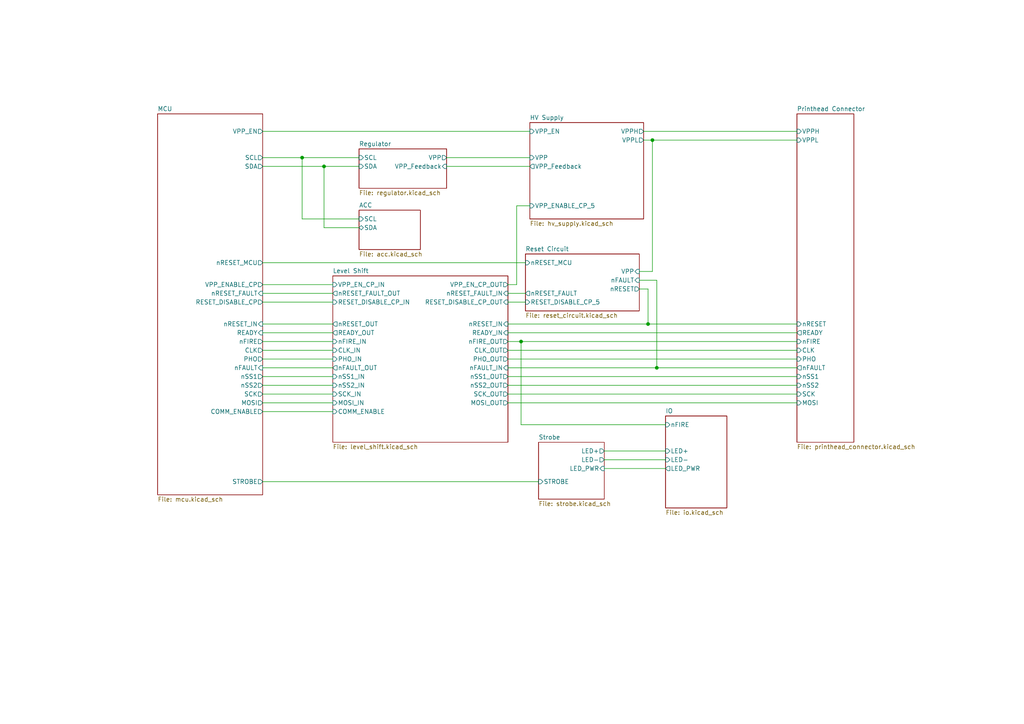
<source format=kicad_sch>
(kicad_sch
	(version 20231120)
	(generator "eeschema")
	(generator_version "8.0")
	(uuid "f0c82013-03f9-4093-aa02-30b89fd69529")
	(paper "A4")
	(title_block
		(title "Xaar 128 Driver")
		(date "2023-12-04")
		(rev "1.0.0")
	)
	(lib_symbols)
	(junction
		(at 187.96 93.98)
		(diameter 0)
		(color 0 0 0 0)
		(uuid "0bc75410-6f3a-46e1-9d03-3aecff67bec2")
	)
	(junction
		(at 151.13 99.06)
		(diameter 0)
		(color 0 0 0 0)
		(uuid "448da38a-0bc2-4b28-bc31-87ea47e893ca")
	)
	(junction
		(at 190.5 106.68)
		(diameter 0)
		(color 0 0 0 0)
		(uuid "5ab541fa-85de-46d4-8afd-9a997a73f5a8")
	)
	(junction
		(at 87.63 45.72)
		(diameter 0)
		(color 0 0 0 0)
		(uuid "8954c1d7-24fb-47c2-8bfd-fd3c7ea040ca")
	)
	(junction
		(at 189.23 40.64)
		(diameter 0)
		(color 0 0 0 0)
		(uuid "db5fcccf-dd53-46d1-8891-b0c5b1208183")
	)
	(junction
		(at 93.98 48.26)
		(diameter 0)
		(color 0 0 0 0)
		(uuid "e5bd6a2f-d8c8-47e8-a772-ed91b7c26a52")
	)
	(wire
		(pts
			(xy 190.5 81.28) (xy 185.42 81.28)
		)
		(stroke
			(width 0)
			(type default)
		)
		(uuid "0caa54e7-c6cd-4a80-8490-83c88732c90c")
	)
	(wire
		(pts
			(xy 147.32 109.22) (xy 231.14 109.22)
		)
		(stroke
			(width 0)
			(type default)
		)
		(uuid "10eccbb3-748b-427b-a5ac-0d83d8c3799c")
	)
	(wire
		(pts
			(xy 189.23 40.64) (xy 231.14 40.64)
		)
		(stroke
			(width 0)
			(type default)
		)
		(uuid "141f1c7b-c222-4c08-921e-9f3a1d65f2eb")
	)
	(wire
		(pts
			(xy 151.13 99.06) (xy 151.13 123.19)
		)
		(stroke
			(width 0)
			(type default)
		)
		(uuid "17edb50a-f922-4934-8217-356a65b899a3")
	)
	(wire
		(pts
			(xy 147.32 93.98) (xy 187.96 93.98)
		)
		(stroke
			(width 0)
			(type default)
		)
		(uuid "18d93a44-bc64-4449-9bf0-e73ea6cc374d")
	)
	(wire
		(pts
			(xy 76.2 139.7) (xy 156.21 139.7)
		)
		(stroke
			(width 0)
			(type default)
		)
		(uuid "1e75a99f-1f73-4dda-b994-83da40bf2537")
	)
	(wire
		(pts
			(xy 185.42 78.74) (xy 189.23 78.74)
		)
		(stroke
			(width 0)
			(type default)
		)
		(uuid "28db169e-2e0a-4fd7-81e5-779decd78310")
	)
	(wire
		(pts
			(xy 190.5 106.68) (xy 190.5 81.28)
		)
		(stroke
			(width 0)
			(type default)
		)
		(uuid "292aa807-4636-4241-80e7-39626cc5f82d")
	)
	(wire
		(pts
			(xy 186.69 40.64) (xy 189.23 40.64)
		)
		(stroke
			(width 0)
			(type default)
		)
		(uuid "2e91241d-7fc6-4457-8b62-24ab1e504c35")
	)
	(wire
		(pts
			(xy 76.2 99.06) (xy 96.52 99.06)
		)
		(stroke
			(width 0)
			(type default)
		)
		(uuid "35dca5f4-c402-460a-80d4-91f24528ebfc")
	)
	(wire
		(pts
			(xy 186.69 38.1) (xy 231.14 38.1)
		)
		(stroke
			(width 0)
			(type default)
		)
		(uuid "3ccf90ed-df12-443f-aa82-9a040f6f6fc1")
	)
	(wire
		(pts
			(xy 76.2 101.6) (xy 96.52 101.6)
		)
		(stroke
			(width 0)
			(type default)
		)
		(uuid "3e1d330d-8ae4-4601-86d3-6511b361a591")
	)
	(wire
		(pts
			(xy 187.96 93.98) (xy 231.14 93.98)
		)
		(stroke
			(width 0)
			(type default)
		)
		(uuid "418369ed-64a4-4e5e-868a-ab1163507355")
	)
	(wire
		(pts
			(xy 149.86 82.55) (xy 147.32 82.55)
		)
		(stroke
			(width 0)
			(type default)
		)
		(uuid "424ce980-4066-4852-83a6-333d39c2c80d")
	)
	(wire
		(pts
			(xy 175.26 130.81) (xy 193.04 130.81)
		)
		(stroke
			(width 0)
			(type default)
		)
		(uuid "48a6fa9c-27e2-429b-b804-39cf0bb7a07e")
	)
	(wire
		(pts
			(xy 147.32 85.09) (xy 152.4 85.09)
		)
		(stroke
			(width 0)
			(type default)
		)
		(uuid "49f38c56-8a76-40e2-9abc-f29a8b34123d")
	)
	(wire
		(pts
			(xy 151.13 123.19) (xy 193.04 123.19)
		)
		(stroke
			(width 0)
			(type default)
		)
		(uuid "4aad7d4d-6528-4519-8c4b-b91abbfe43c2")
	)
	(wire
		(pts
			(xy 185.42 83.82) (xy 187.96 83.82)
		)
		(stroke
			(width 0)
			(type default)
		)
		(uuid "4bd725df-d78b-4250-aa94-ff134e063419")
	)
	(wire
		(pts
			(xy 76.2 93.98) (xy 96.52 93.98)
		)
		(stroke
			(width 0)
			(type default)
		)
		(uuid "4d1e3089-de53-4326-b516-cddb47f79f07")
	)
	(wire
		(pts
			(xy 76.2 96.52) (xy 96.52 96.52)
		)
		(stroke
			(width 0)
			(type default)
		)
		(uuid "4df21e24-ef35-4af9-986f-9eefa4aa4369")
	)
	(wire
		(pts
			(xy 76.2 119.38) (xy 96.52 119.38)
		)
		(stroke
			(width 0)
			(type default)
		)
		(uuid "55d8dc81-3e70-4c72-8a1e-695c6f54910b")
	)
	(wire
		(pts
			(xy 104.14 66.04) (xy 93.98 66.04)
		)
		(stroke
			(width 0)
			(type default)
		)
		(uuid "5dda7b13-cdd7-499c-b3c0-dc9636346baa")
	)
	(wire
		(pts
			(xy 76.2 116.84) (xy 96.52 116.84)
		)
		(stroke
			(width 0)
			(type default)
		)
		(uuid "5e25f601-3cf3-455c-83a8-ffa8d955db62")
	)
	(wire
		(pts
			(xy 76.2 104.14) (xy 96.52 104.14)
		)
		(stroke
			(width 0)
			(type default)
		)
		(uuid "68e7dbbc-3471-49ce-a189-87cec6631484")
	)
	(wire
		(pts
			(xy 153.67 59.69) (xy 149.86 59.69)
		)
		(stroke
			(width 0)
			(type default)
		)
		(uuid "708a4b7d-29df-43a2-8312-9a14ea5211f7")
	)
	(wire
		(pts
			(xy 129.54 45.72) (xy 153.67 45.72)
		)
		(stroke
			(width 0)
			(type default)
		)
		(uuid "7164c833-e44d-4f8f-bebb-db717310c119")
	)
	(wire
		(pts
			(xy 147.32 87.63) (xy 152.4 87.63)
		)
		(stroke
			(width 0)
			(type default)
		)
		(uuid "77414d9e-0944-4906-a401-a641d88f910d")
	)
	(wire
		(pts
			(xy 147.32 96.52) (xy 231.14 96.52)
		)
		(stroke
			(width 0)
			(type default)
		)
		(uuid "84daf2ef-cf14-4374-bf52-d6a35c90e1c4")
	)
	(wire
		(pts
			(xy 129.54 48.26) (xy 153.67 48.26)
		)
		(stroke
			(width 0)
			(type default)
		)
		(uuid "8830deff-7003-4c27-87ac-c2638819be3f")
	)
	(wire
		(pts
			(xy 147.32 116.84) (xy 231.14 116.84)
		)
		(stroke
			(width 0)
			(type default)
		)
		(uuid "95d86079-dab9-4fbf-880c-fef21da38bd5")
	)
	(wire
		(pts
			(xy 175.26 133.35) (xy 193.04 133.35)
		)
		(stroke
			(width 0)
			(type default)
		)
		(uuid "9ca15717-6479-4063-bba8-faccc3b34526")
	)
	(wire
		(pts
			(xy 76.2 82.55) (xy 96.52 82.55)
		)
		(stroke
			(width 0)
			(type default)
		)
		(uuid "9d80d4bc-89d8-4dca-a377-370aad76bc3f")
	)
	(wire
		(pts
			(xy 87.63 45.72) (xy 104.14 45.72)
		)
		(stroke
			(width 0)
			(type default)
		)
		(uuid "a26bbaa8-3808-4d7f-96af-9545d72a0756")
	)
	(wire
		(pts
			(xy 147.32 99.06) (xy 151.13 99.06)
		)
		(stroke
			(width 0)
			(type default)
		)
		(uuid "a4b68e44-6001-490c-a41a-0305c24a402f")
	)
	(wire
		(pts
			(xy 93.98 48.26) (xy 104.14 48.26)
		)
		(stroke
			(width 0)
			(type default)
		)
		(uuid "aa63158d-f31c-4cf8-ad13-cd7b46d77116")
	)
	(wire
		(pts
			(xy 147.32 101.6) (xy 231.14 101.6)
		)
		(stroke
			(width 0)
			(type default)
		)
		(uuid "abe92eb5-718c-483a-919e-349b4cce35e2")
	)
	(wire
		(pts
			(xy 76.2 87.63) (xy 96.52 87.63)
		)
		(stroke
			(width 0)
			(type default)
		)
		(uuid "b073d4d9-e339-4dae-b7d4-c4287d4f26b8")
	)
	(wire
		(pts
			(xy 187.96 83.82) (xy 187.96 93.98)
		)
		(stroke
			(width 0)
			(type default)
		)
		(uuid "b4012334-d729-49be-b104-621f6b1ae8ec")
	)
	(wire
		(pts
			(xy 175.26 135.89) (xy 193.04 135.89)
		)
		(stroke
			(width 0)
			(type default)
		)
		(uuid "b54ed9bc-0b36-4340-b52c-45f79d2e8760")
	)
	(wire
		(pts
			(xy 76.2 85.09) (xy 96.52 85.09)
		)
		(stroke
			(width 0)
			(type default)
		)
		(uuid "b85d5748-eec4-4a89-982d-a4b7ff1e8eab")
	)
	(wire
		(pts
			(xy 190.5 106.68) (xy 231.14 106.68)
		)
		(stroke
			(width 0)
			(type default)
		)
		(uuid "bc16834c-615b-4cd9-bdaf-1f67b1edc820")
	)
	(wire
		(pts
			(xy 151.13 99.06) (xy 231.14 99.06)
		)
		(stroke
			(width 0)
			(type default)
		)
		(uuid "c210023d-a0f6-4e7e-81cb-c02da1462add")
	)
	(wire
		(pts
			(xy 76.2 45.72) (xy 87.63 45.72)
		)
		(stroke
			(width 0)
			(type default)
		)
		(uuid "ca73014e-65b2-44db-be39-3d7ce845ba56")
	)
	(wire
		(pts
			(xy 147.32 106.68) (xy 190.5 106.68)
		)
		(stroke
			(width 0)
			(type default)
		)
		(uuid "cff8e191-948e-4aca-9164-ee4af63870b1")
	)
	(wire
		(pts
			(xy 76.2 106.68) (xy 96.52 106.68)
		)
		(stroke
			(width 0)
			(type default)
		)
		(uuid "d332645d-10fb-4ddb-b673-3fc6ec578bcb")
	)
	(wire
		(pts
			(xy 76.2 109.22) (xy 96.52 109.22)
		)
		(stroke
			(width 0)
			(type default)
		)
		(uuid "d43eede8-9465-4f0d-9f2b-0f186feacd15")
	)
	(wire
		(pts
			(xy 149.86 59.69) (xy 149.86 82.55)
		)
		(stroke
			(width 0)
			(type default)
		)
		(uuid "d45fbddb-4e43-4bab-ac6a-288b127c7a66")
	)
	(wire
		(pts
			(xy 76.2 38.1) (xy 153.67 38.1)
		)
		(stroke
			(width 0)
			(type default)
		)
		(uuid "d60c3a6a-4573-49e2-b8c3-3ddf3c6e2f0d")
	)
	(wire
		(pts
			(xy 104.14 63.5) (xy 87.63 63.5)
		)
		(stroke
			(width 0)
			(type default)
		)
		(uuid "d84db5f6-1616-4ebb-9ba0-f74eae9321f4")
	)
	(wire
		(pts
			(xy 189.23 40.64) (xy 189.23 78.74)
		)
		(stroke
			(width 0)
			(type default)
		)
		(uuid "d917bbb7-e1a5-4741-bc8d-1265387fb945")
	)
	(wire
		(pts
			(xy 147.32 111.76) (xy 231.14 111.76)
		)
		(stroke
			(width 0)
			(type default)
		)
		(uuid "e31b5ac9-fe50-4a9d-9ca0-ec3ec9904bd2")
	)
	(wire
		(pts
			(xy 147.32 114.3) (xy 231.14 114.3)
		)
		(stroke
			(width 0)
			(type default)
		)
		(uuid "e3b99700-5314-4a13-bccf-fbaad015876c")
	)
	(wire
		(pts
			(xy 93.98 66.04) (xy 93.98 48.26)
		)
		(stroke
			(width 0)
			(type default)
		)
		(uuid "e65e1f60-9935-4728-89d6-8b3b26e56f8b")
	)
	(wire
		(pts
			(xy 76.2 76.2) (xy 152.4 76.2)
		)
		(stroke
			(width 0)
			(type default)
		)
		(uuid "e974d5df-0c1c-47c3-b6f6-ae235cf2561e")
	)
	(wire
		(pts
			(xy 87.63 63.5) (xy 87.63 45.72)
		)
		(stroke
			(width 0)
			(type default)
		)
		(uuid "ece942f4-50c4-4894-9e6b-5ab8c1de4565")
	)
	(wire
		(pts
			(xy 76.2 48.26) (xy 93.98 48.26)
		)
		(stroke
			(width 0)
			(type default)
		)
		(uuid "f1cb188b-2e69-4233-881d-3bd0982897c8")
	)
	(wire
		(pts
			(xy 76.2 111.76) (xy 96.52 111.76)
		)
		(stroke
			(width 0)
			(type default)
		)
		(uuid "f89a26dc-5681-4804-a289-e7aa87a5c53b")
	)
	(wire
		(pts
			(xy 76.2 114.3) (xy 96.52 114.3)
		)
		(stroke
			(width 0)
			(type default)
		)
		(uuid "f9484487-cc8b-4e58-9aaa-b83af2954b3e")
	)
	(wire
		(pts
			(xy 147.32 104.14) (xy 231.14 104.14)
		)
		(stroke
			(width 0)
			(type default)
		)
		(uuid "fa872e97-7d20-46ed-9616-0e5e5bc1cec6")
	)
	(sheet
		(at 231.14 33.02)
		(size 16.51 95.25)
		(fields_autoplaced yes)
		(stroke
			(width 0.1524)
			(type solid)
		)
		(fill
			(color 0 0 0 0.0000)
		)
		(uuid "00d9c6da-e931-4ba1-a353-d1b49c742a57")
		(property "Sheetname" "Printhead Connector"
			(at 231.14 32.3084 0)
			(effects
				(font
					(size 1.27 1.27)
				)
				(justify left bottom)
			)
		)
		(property "Sheetfile" "printhead_connector.kicad_sch"
			(at 231.14 128.8546 0)
			(effects
				(font
					(size 1.27 1.27)
				)
				(justify left top)
			)
		)
		(pin "nRESET" input
			(at 231.14 93.98 180)
			(effects
				(font
					(size 1.27 1.27)
				)
				(justify left)
			)
			(uuid "c56d6cb8-9a59-4527-ae97-48b925acd520")
		)
		(pin "nSS2" input
			(at 231.14 111.76 180)
			(effects
				(font
					(size 1.27 1.27)
				)
				(justify left)
			)
			(uuid "d7571b8f-ebc6-487b-b4d3-13894ccd4ef7")
		)
		(pin "VPPL" input
			(at 231.14 40.64 180)
			(effects
				(font
					(size 1.27 1.27)
				)
				(justify left)
			)
			(uuid "754e8d8f-412c-4c3a-b928-1c435df600a4")
		)
		(pin "VPPH" input
			(at 231.14 38.1 180)
			(effects
				(font
					(size 1.27 1.27)
				)
				(justify left)
			)
			(uuid "fbee552b-355a-42dc-ba14-2cf94dd1756a")
		)
		(pin "MOSI" input
			(at 231.14 116.84 180)
			(effects
				(font
					(size 1.27 1.27)
				)
				(justify left)
			)
			(uuid "0200b7d9-4a60-4ad7-b6d9-e71052b8efb0")
		)
		(pin "nFIRE" input
			(at 231.14 99.06 180)
			(effects
				(font
					(size 1.27 1.27)
				)
				(justify left)
			)
			(uuid "5993a32f-47fe-4a48-8f18-c60f350306dc")
		)
		(pin "SCK" input
			(at 231.14 114.3 180)
			(effects
				(font
					(size 1.27 1.27)
				)
				(justify left)
			)
			(uuid "a4ab767f-2347-4c0b-8eb8-a917fe0626f6")
		)
		(pin "nSS1" input
			(at 231.14 109.22 180)
			(effects
				(font
					(size 1.27 1.27)
				)
				(justify left)
			)
			(uuid "08b1c2dc-d00f-474e-897c-7aa221334858")
		)
		(pin "PHO" input
			(at 231.14 104.14 180)
			(effects
				(font
					(size 1.27 1.27)
				)
				(justify left)
			)
			(uuid "055ec0d0-30c7-40ef-a0e9-ff9976ba5d46")
		)
		(pin "CLK" input
			(at 231.14 101.6 180)
			(effects
				(font
					(size 1.27 1.27)
				)
				(justify left)
			)
			(uuid "eb4249fd-badc-4d73-b5bb-fbd26f3480b6")
		)
		(pin "nFAULT" output
			(at 231.14 106.68 180)
			(effects
				(font
					(size 1.27 1.27)
				)
				(justify left)
			)
			(uuid "e47b97af-3cca-47b5-8dd1-a8a64938a701")
		)
		(pin "READY" output
			(at 231.14 96.52 180)
			(effects
				(font
					(size 1.27 1.27)
				)
				(justify left)
			)
			(uuid "824505ec-4583-4e27-babf-4d6f4c18ed16")
		)
		(instances
			(project "Xaar128-Driver"
				(path "/f0c82013-03f9-4093-aa02-30b89fd69529"
					(page "6")
				)
			)
		)
	)
	(sheet
		(at 45.72 33.02)
		(size 30.48 110.49)
		(fields_autoplaced yes)
		(stroke
			(width 0.1524)
			(type solid)
		)
		(fill
			(color 0 0 0 0.0000)
		)
		(uuid "1523239e-e45e-424d-91c2-0483c3ac8971")
		(property "Sheetname" "MCU"
			(at 45.72 32.3084 0)
			(effects
				(font
					(size 1.27 1.27)
				)
				(justify left bottom)
			)
		)
		(property "Sheetfile" "mcu.kicad_sch"
			(at 45.72 144.0946 0)
			(effects
				(font
					(size 1.27 1.27)
				)
				(justify left top)
			)
		)
		(pin "nFAULT" input
			(at 76.2 106.68 0)
			(effects
				(font
					(size 1.27 1.27)
				)
				(justify right)
			)
			(uuid "5a8adfdf-df08-4bde-844c-88b90d196bb4")
		)
		(pin "READY" input
			(at 76.2 96.52 0)
			(effects
				(font
					(size 1.27 1.27)
				)
				(justify right)
			)
			(uuid "9135d472-25e6-4e68-a412-7d55099a9441")
		)
		(pin "VPP_EN" output
			(at 76.2 38.1 0)
			(effects
				(font
					(size 1.27 1.27)
				)
				(justify right)
			)
			(uuid "d3eebbce-1bbf-47ce-ba2d-7b78ee6e952f")
		)
		(pin "COMM_ENABLE" output
			(at 76.2 119.38 0)
			(effects
				(font
					(size 1.27 1.27)
				)
				(justify right)
			)
			(uuid "5c5c57e8-6212-4867-a6fc-8b2cc743ae31")
		)
		(pin "SCL" output
			(at 76.2 45.72 0)
			(effects
				(font
					(size 1.27 1.27)
				)
				(justify right)
			)
			(uuid "0b74cc4f-928b-413a-b9c9-2344887f5da1")
		)
		(pin "SDA" output
			(at 76.2 48.26 0)
			(effects
				(font
					(size 1.27 1.27)
				)
				(justify right)
			)
			(uuid "111ff560-7a36-466c-ad0c-25de455f0bf9")
		)
		(pin "STROBE" output
			(at 76.2 139.7 0)
			(effects
				(font
					(size 1.27 1.27)
				)
				(justify right)
			)
			(uuid "a4fa58fd-f1e2-4549-a942-42a3b83e0737")
		)
		(pin "nRESET_IN" input
			(at 76.2 93.98 0)
			(effects
				(font
					(size 1.27 1.27)
				)
				(justify right)
			)
			(uuid "31dffc9b-7a4e-468a-98c6-f8be1de85b2f")
		)
		(pin "RESET_DISABLE_CP" output
			(at 76.2 87.63 0)
			(effects
				(font
					(size 1.27 1.27)
				)
				(justify right)
			)
			(uuid "493b1f2a-d766-4780-b6e8-fae362788216")
		)
		(pin "nRESET_MCU" output
			(at 76.2 76.2 0)
			(effects
				(font
					(size 1.27 1.27)
				)
				(justify right)
			)
			(uuid "9f67dd01-eff2-463a-bac3-1ece8fdd3353")
		)
		(pin "PHO" output
			(at 76.2 104.14 0)
			(effects
				(font
					(size 1.27 1.27)
				)
				(justify right)
			)
			(uuid "e20c87ae-0269-447b-ae9c-6d53a30cc786")
		)
		(pin "nSS1" output
			(at 76.2 109.22 0)
			(effects
				(font
					(size 1.27 1.27)
				)
				(justify right)
			)
			(uuid "b8998fb9-8fc6-424d-beff-e95e6a6cc817")
		)
		(pin "nSS2" output
			(at 76.2 111.76 0)
			(effects
				(font
					(size 1.27 1.27)
				)
				(justify right)
			)
			(uuid "9ec826ba-7710-445f-b2ec-536652f9aa79")
		)
		(pin "SCK" output
			(at 76.2 114.3 0)
			(effects
				(font
					(size 1.27 1.27)
				)
				(justify right)
			)
			(uuid "82a32506-322a-4967-bf08-608206ed0a12")
		)
		(pin "MOSI" output
			(at 76.2 116.84 0)
			(effects
				(font
					(size 1.27 1.27)
				)
				(justify right)
			)
			(uuid "d8518eb3-4c9d-4989-a302-3bb4d7108dd4")
		)
		(pin "nFIRE" output
			(at 76.2 99.06 0)
			(effects
				(font
					(size 1.27 1.27)
				)
				(justify right)
			)
			(uuid "2d165db8-b732-4764-adce-7a39d91d95a6")
		)
		(pin "CLK" output
			(at 76.2 101.6 0)
			(effects
				(font
					(size 1.27 1.27)
				)
				(justify right)
			)
			(uuid "d4b56ca6-eb13-461d-8725-bbc17da34452")
		)
		(pin "nRESET_FAULT" input
			(at 76.2 85.09 0)
			(effects
				(font
					(size 1.27 1.27)
				)
				(justify right)
			)
			(uuid "ff955b7d-018e-4d34-a3ef-47241ec4c4a5")
		)
		(pin "VPP_ENABLE_CP" output
			(at 76.2 82.55 0)
			(effects
				(font
					(size 1.27 1.27)
				)
				(justify right)
			)
			(uuid "55324c60-daec-4f05-9e72-9393a7c5b77f")
		)
		(instances
			(project "Xaar128-Driver"
				(path "/f0c82013-03f9-4093-aa02-30b89fd69529"
					(page "4")
				)
			)
		)
	)
	(sheet
		(at 153.67 35.56)
		(size 33.02 27.94)
		(fields_autoplaced yes)
		(stroke
			(width 0.1524)
			(type solid)
		)
		(fill
			(color 0 0 0 0.0000)
		)
		(uuid "1b3c0a7f-2f11-4b02-93de-b1cd5fa046f0")
		(property "Sheetname" "HV Supply"
			(at 153.67 34.8484 0)
			(effects
				(font
					(size 1.27 1.27)
				)
				(justify left bottom)
			)
		)
		(property "Sheetfile" "hv_supply.kicad_sch"
			(at 153.67 64.0846 0)
			(effects
				(font
					(size 1.27 1.27)
				)
				(justify left top)
			)
		)
		(pin "VPPL" output
			(at 186.69 40.64 0)
			(effects
				(font
					(size 1.27 1.27)
				)
				(justify right)
			)
			(uuid "88628932-2b62-4754-9f35-d6bf9b142bbd")
		)
		(pin "VPP_EN" input
			(at 153.67 38.1 180)
			(effects
				(font
					(size 1.27 1.27)
				)
				(justify left)
			)
			(uuid "b0d96b30-3c4c-4ad0-b36e-18ee897567de")
		)
		(pin "VPPH" output
			(at 186.69 38.1 0)
			(effects
				(font
					(size 1.27 1.27)
				)
				(justify right)
			)
			(uuid "28baa937-9ae6-435b-9378-223414ad795e")
		)
		(pin "VPP" input
			(at 153.67 45.72 180)
			(effects
				(font
					(size 1.27 1.27)
				)
				(justify left)
			)
			(uuid "7fc0deaa-2752-4365-a9e1-b8d599f36c36")
		)
		(pin "VPP_Feedback" output
			(at 153.67 48.26 180)
			(effects
				(font
					(size 1.27 1.27)
				)
				(justify left)
			)
			(uuid "33bd97ca-79b1-40af-b931-c9feb9849c8d")
		)
		(pin "VPP_ENABLE_CP_5" input
			(at 153.67 59.69 180)
			(effects
				(font
					(size 1.27 1.27)
				)
				(justify left)
			)
			(uuid "57a1ea22-4deb-4fa0-85c3-c9df2f21c54a")
		)
		(instances
			(project "Xaar128-Driver"
				(path "/f0c82013-03f9-4093-aa02-30b89fd69529"
					(page "3")
				)
			)
		)
	)
	(sheet
		(at 104.14 43.18)
		(size 25.4 11.43)
		(fields_autoplaced yes)
		(stroke
			(width 0.1524)
			(type solid)
		)
		(fill
			(color 0 0 0 0.0000)
		)
		(uuid "48b639c9-d588-4ad3-b95b-9aa4a2d6905e")
		(property "Sheetname" "Regulator"
			(at 104.14 42.4684 0)
			(effects
				(font
					(size 1.27 1.27)
				)
				(justify left bottom)
			)
		)
		(property "Sheetfile" "regulator.kicad_sch"
			(at 104.14 55.1946 0)
			(effects
				(font
					(size 1.27 1.27)
				)
				(justify left top)
			)
		)
		(pin "VPP" output
			(at 129.54 45.72 0)
			(effects
				(font
					(size 1.27 1.27)
				)
				(justify right)
			)
			(uuid "05f647a2-b3ae-4ef2-9f8d-7f7af9605bbf")
		)
		(pin "SCL" input
			(at 104.14 45.72 180)
			(effects
				(font
					(size 1.27 1.27)
				)
				(justify left)
			)
			(uuid "6a2d7484-7598-4917-8b1c-7f964186ef04")
		)
		(pin "SDA" input
			(at 104.14 48.26 180)
			(effects
				(font
					(size 1.27 1.27)
				)
				(justify left)
			)
			(uuid "5c87e7f8-5887-45ae-a5ce-c36c25b1b6d6")
		)
		(pin "VPP_Feedback" input
			(at 129.54 48.26 0)
			(effects
				(font
					(size 1.27 1.27)
				)
				(justify right)
			)
			(uuid "3fa1c32e-8d57-4735-82eb-50de1abb23fd")
		)
		(instances
			(project "Xaar128-Driver"
				(path "/f0c82013-03f9-4093-aa02-30b89fd69529"
					(page "9")
				)
			)
		)
	)
	(sheet
		(at 104.14 60.96)
		(size 17.78 11.43)
		(fields_autoplaced yes)
		(stroke
			(width 0.1524)
			(type solid)
		)
		(fill
			(color 0 0 0 0.0000)
		)
		(uuid "5c8cd85a-2140-4117-a06a-66b2dfd1d957")
		(property "Sheetname" "ACC"
			(at 104.14 60.2484 0)
			(effects
				(font
					(size 1.27 1.27)
				)
				(justify left bottom)
			)
		)
		(property "Sheetfile" "acc.kicad_sch"
			(at 104.14 72.9746 0)
			(effects
				(font
					(size 1.27 1.27)
				)
				(justify left top)
			)
		)
		(pin "SDA" bidirectional
			(at 104.14 66.04 180)
			(effects
				(font
					(size 1.27 1.27)
				)
				(justify left)
			)
			(uuid "138461b6-f0c7-49f0-9afd-d45bc9db4d4b")
		)
		(pin "SCL" input
			(at 104.14 63.5 180)
			(effects
				(font
					(size 1.27 1.27)
				)
				(justify left)
			)
			(uuid "f282af4c-05d8-46af-ac60-f3ae765c3ac1")
		)
		(instances
			(project "Xaar128-Driver"
				(path "/f0c82013-03f9-4093-aa02-30b89fd69529"
					(page "10")
				)
			)
		)
	)
	(sheet
		(at 96.52 80.01)
		(size 50.8 48.26)
		(fields_autoplaced yes)
		(stroke
			(width 0.1524)
			(type solid)
		)
		(fill
			(color 0 0 0 0.0000)
		)
		(uuid "67a2adb9-d99f-4537-bdb8-0ebe51fac631")
		(property "Sheetname" "Level Shift"
			(at 96.52 79.2984 0)
			(effects
				(font
					(size 1.27 1.27)
				)
				(justify left bottom)
			)
		)
		(property "Sheetfile" "level_shift.kicad_sch"
			(at 96.52 128.8546 0)
			(effects
				(font
					(size 1.27 1.27)
				)
				(justify left top)
			)
		)
		(pin "nFIRE_IN" input
			(at 96.52 99.06 180)
			(effects
				(font
					(size 1.27 1.27)
				)
				(justify left)
			)
			(uuid "dbdc5a0b-d803-47a1-9f81-c0165c8f81a7")
		)
		(pin "CLK_IN" input
			(at 96.52 101.6 180)
			(effects
				(font
					(size 1.27 1.27)
				)
				(justify left)
			)
			(uuid "f1a79055-364a-4390-85d7-b6211f95598b")
		)
		(pin "PHO_IN" input
			(at 96.52 104.14 180)
			(effects
				(font
					(size 1.27 1.27)
				)
				(justify left)
			)
			(uuid "de341530-6930-49a1-beaf-42ff75625901")
		)
		(pin "nSS2_IN" input
			(at 96.52 111.76 180)
			(effects
				(font
					(size 1.27 1.27)
				)
				(justify left)
			)
			(uuid "2909ebd9-b524-4901-a8b7-24a65c30a618")
		)
		(pin "MOSI_IN" input
			(at 96.52 116.84 180)
			(effects
				(font
					(size 1.27 1.27)
				)
				(justify left)
			)
			(uuid "0ac78b3d-a985-4331-be91-e305974c31f2")
		)
		(pin "nSS1_IN" input
			(at 96.52 109.22 180)
			(effects
				(font
					(size 1.27 1.27)
				)
				(justify left)
			)
			(uuid "8f2b35de-e645-4d8e-a1a5-f4fc9ad6a14d")
		)
		(pin "SCK_IN" input
			(at 96.52 114.3 180)
			(effects
				(font
					(size 1.27 1.27)
				)
				(justify left)
			)
			(uuid "de46d241-a490-4805-9e42-67893bda8d90")
		)
		(pin "RESET_DISABLE_CP_IN" input
			(at 96.52 87.63 180)
			(effects
				(font
					(size 1.27 1.27)
				)
				(justify left)
			)
			(uuid "0313bd99-6ab4-461d-8b8f-bba70040c8e1")
		)
		(pin "RESET_DISABLE_CP_OUT" input
			(at 147.32 87.63 0)
			(effects
				(font
					(size 1.27 1.27)
				)
				(justify right)
			)
			(uuid "a01bad14-fb2e-4df9-b23d-7f1f8dfcab0b")
		)
		(pin "nFAULT_IN" input
			(at 147.32 106.68 0)
			(effects
				(font
					(size 1.27 1.27)
				)
				(justify right)
			)
			(uuid "249bdd82-57b6-4eae-b131-02e931a5adcb")
		)
		(pin "READY_IN" input
			(at 147.32 96.52 0)
			(effects
				(font
					(size 1.27 1.27)
				)
				(justify right)
			)
			(uuid "1436ab6d-0d6f-4025-b28f-4bad577e347f")
		)
		(pin "nRESET_IN" input
			(at 147.32 93.98 0)
			(effects
				(font
					(size 1.27 1.27)
				)
				(justify right)
			)
			(uuid "d1f5b581-5949-4f80-b6c0-e55d256a5022")
		)
		(pin "nFIRE_OUT" output
			(at 147.32 99.06 0)
			(effects
				(font
					(size 1.27 1.27)
				)
				(justify right)
			)
			(uuid "d7445978-906c-4e0d-861c-e378ea798c84")
		)
		(pin "nSS1_OUT" output
			(at 147.32 109.22 0)
			(effects
				(font
					(size 1.27 1.27)
				)
				(justify right)
			)
			(uuid "759af5f9-f736-4fd0-a7a6-51f230f059c5")
		)
		(pin "PHO_OUT" output
			(at 147.32 104.14 0)
			(effects
				(font
					(size 1.27 1.27)
				)
				(justify right)
			)
			(uuid "63826524-1bcc-4153-b270-567ef78c814a")
		)
		(pin "CLK_OUT" output
			(at 147.32 101.6 0)
			(effects
				(font
					(size 1.27 1.27)
				)
				(justify right)
			)
			(uuid "9c82cf77-2d66-48e3-9298-025132ea80a7")
		)
		(pin "nFAULT_OUT" output
			(at 96.52 106.68 180)
			(effects
				(font
					(size 1.27 1.27)
				)
				(justify left)
			)
			(uuid "aef5ae52-46aa-47b8-b98b-d513d23c9c28")
		)
		(pin "SCK_OUT" output
			(at 147.32 114.3 0)
			(effects
				(font
					(size 1.27 1.27)
				)
				(justify right)
			)
			(uuid "de05c69e-6d7f-413c-8d3f-0684b1aa648a")
		)
		(pin "MOSI_OUT" output
			(at 147.32 116.84 0)
			(effects
				(font
					(size 1.27 1.27)
				)
				(justify right)
			)
			(uuid "e114fd57-cff3-4b26-873a-3e538532219a")
		)
		(pin "nSS2_OUT" output
			(at 147.32 111.76 0)
			(effects
				(font
					(size 1.27 1.27)
				)
				(justify right)
			)
			(uuid "b159f4ab-4083-4f5f-96ce-1a37c0c06e4e")
		)
		(pin "nRESET_OUT" output
			(at 96.52 93.98 180)
			(effects
				(font
					(size 1.27 1.27)
				)
				(justify left)
			)
			(uuid "947a40e6-9d33-45db-9018-6d4d4f6b4725")
		)
		(pin "READY_OUT" output
			(at 96.52 96.52 180)
			(effects
				(font
					(size 1.27 1.27)
				)
				(justify left)
			)
			(uuid "4696f196-75a4-42f8-98a5-70b1f61e5618")
		)
		(pin "COMM_ENABLE" input
			(at 96.52 119.38 180)
			(effects
				(font
					(size 1.27 1.27)
				)
				(justify left)
			)
			(uuid "63f8c314-4593-46b6-aa18-4d93091b0680")
		)
		(pin "nRESET_FAULT_IN" input
			(at 147.32 85.09 0)
			(effects
				(font
					(size 1.27 1.27)
				)
				(justify right)
			)
			(uuid "1c2042b8-37f3-43ad-904c-5c595c5eeff7")
		)
		(pin "nRESET_FAULT_OUT" output
			(at 96.52 85.09 180)
			(effects
				(font
					(size 1.27 1.27)
				)
				(justify left)
			)
			(uuid "f03bac95-b105-436c-9ebf-01fd5e7064bd")
		)
		(pin "VPP_EN_CP_IN" input
			(at 96.52 82.55 180)
			(effects
				(font
					(size 1.27 1.27)
				)
				(justify left)
			)
			(uuid "37e9a191-8a21-454e-bbe6-bb1f4ac95c4e")
		)
		(pin "VPP_EN_CP_OUT" output
			(at 147.32 82.55 0)
			(effects
				(font
					(size 1.27 1.27)
				)
				(justify right)
			)
			(uuid "9c4e5dd2-7a71-4459-9cfe-2e4dbda4ed74")
		)
		(instances
			(project "Xaar128-Driver"
				(path "/f0c82013-03f9-4093-aa02-30b89fd69529"
					(page "5")
				)
			)
		)
	)
	(sheet
		(at 152.4 73.66)
		(size 33.02 16.51)
		(fields_autoplaced yes)
		(stroke
			(width 0.1524)
			(type solid)
		)
		(fill
			(color 0 0 0 0.0000)
		)
		(uuid "7aab5eaf-cd9d-4ebb-9d08-de265e07412e")
		(property "Sheetname" "Reset Circuit"
			(at 152.4 72.9484 0)
			(effects
				(font
					(size 1.27 1.27)
				)
				(justify left bottom)
			)
		)
		(property "Sheetfile" "reset_circuit.kicad_sch"
			(at 152.4 90.7546 0)
			(effects
				(font
					(size 1.27 1.27)
				)
				(justify left top)
			)
		)
		(pin "RESET_DISABLE_CP_5" input
			(at 152.4 87.63 180)
			(effects
				(font
					(size 1.27 1.27)
				)
				(justify left)
			)
			(uuid "4d3980cf-b749-452f-8a10-e7e7a0fd8057")
		)
		(pin "nRESET_MCU" input
			(at 152.4 76.2 180)
			(effects
				(font
					(size 1.27 1.27)
				)
				(justify left)
			)
			(uuid "3ac69b3b-125f-4707-8a41-f4a47c37ba7c")
		)
		(pin "VPP" input
			(at 185.42 78.74 0)
			(effects
				(font
					(size 1.27 1.27)
				)
				(justify right)
			)
			(uuid "dd5effb7-aba8-472d-b5ca-6e84b88f78b0")
		)
		(pin "nRESET" output
			(at 185.42 83.82 0)
			(effects
				(font
					(size 1.27 1.27)
				)
				(justify right)
			)
			(uuid "f5522dff-951b-4db4-85dd-fed1c9f72dae")
		)
		(pin "nFAULT" input
			(at 185.42 81.28 0)
			(effects
				(font
					(size 1.27 1.27)
				)
				(justify right)
			)
			(uuid "400ecda5-adef-420a-b3a9-a74d6c09aa54")
		)
		(pin "nRESET_FAULT" output
			(at 152.4 85.09 180)
			(effects
				(font
					(size 1.27 1.27)
				)
				(justify left)
			)
			(uuid "f55c50a0-ea37-41fa-921a-654b63a61f29")
		)
		(instances
			(project "Xaar128-Driver"
				(path "/f0c82013-03f9-4093-aa02-30b89fd69529"
					(page "2")
				)
			)
		)
	)
	(sheet
		(at 193.04 120.65)
		(size 17.78 26.67)
		(fields_autoplaced yes)
		(stroke
			(width 0.1524)
			(type solid)
		)
		(fill
			(color 0 0 0 0.0000)
		)
		(uuid "8d2d865b-5c5b-48bf-9eef-a5e158c4d497")
		(property "Sheetname" "IO"
			(at 193.04 119.9384 0)
			(effects
				(font
					(size 1.27 1.27)
				)
				(justify left bottom)
			)
		)
		(property "Sheetfile" "io.kicad_sch"
			(at 193.04 147.9046 0)
			(effects
				(font
					(size 1.27 1.27)
				)
				(justify left top)
			)
		)
		(pin "LED-" input
			(at 193.04 133.35 180)
			(effects
				(font
					(size 1.27 1.27)
				)
				(justify left)
			)
			(uuid "9c02693a-222f-462a-9e87-e9978b634ca9")
		)
		(pin "LED+" input
			(at 193.04 130.81 180)
			(effects
				(font
					(size 1.27 1.27)
				)
				(justify left)
			)
			(uuid "a06ea6f7-f792-44ef-b5cd-7b8e52bb9b09")
		)
		(pin "LED_PWR" output
			(at 193.04 135.89 180)
			(effects
				(font
					(size 1.27 1.27)
				)
				(justify left)
			)
			(uuid "44270520-1dec-446e-9865-3f2dd5eb93dc")
		)
		(pin "nFIRE" input
			(at 193.04 123.19 180)
			(effects
				(font
					(size 1.27 1.27)
				)
				(justify left)
			)
			(uuid "aed71042-503b-46eb-bd80-28d979bfde91")
		)
		(instances
			(project "Xaar128-Driver"
				(path "/f0c82013-03f9-4093-aa02-30b89fd69529"
					(page "8")
				)
			)
		)
	)
	(sheet
		(at 156.21 128.27)
		(size 19.05 16.51)
		(fields_autoplaced yes)
		(stroke
			(width 0.1524)
			(type solid)
		)
		(fill
			(color 0 0 0 0.0000)
		)
		(uuid "d69e07d5-2f9c-4e83-9c1b-3f660b6a4d08")
		(property "Sheetname" "Strobe"
			(at 156.21 127.5584 0)
			(effects
				(font
					(size 1.27 1.27)
				)
				(justify left bottom)
			)
		)
		(property "Sheetfile" "strobe.kicad_sch"
			(at 156.21 145.3646 0)
			(effects
				(font
					(size 1.27 1.27)
				)
				(justify left top)
			)
		)
		(pin "LED+" output
			(at 175.26 130.81 0)
			(effects
				(font
					(size 1.27 1.27)
				)
				(justify right)
			)
			(uuid "65aaff96-5639-401e-8dd1-ab123f173373")
		)
		(pin "LED-" output
			(at 175.26 133.35 0)
			(effects
				(font
					(size 1.27 1.27)
				)
				(justify right)
			)
			(uuid "cb09c543-8df6-490c-9ec6-e31c2b9bd41c")
		)
		(pin "STROBE" input
			(at 156.21 139.7 180)
			(effects
				(font
					(size 1.27 1.27)
				)
				(justify left)
			)
			(uuid "7b0cc9c4-b110-4170-9405-0ce4bd56b4fb")
		)
		(pin "LED_PWR" input
			(at 175.26 135.89 0)
			(effects
				(font
					(size 1.27 1.27)
				)
				(justify right)
			)
			(uuid "6f149254-f4e5-408c-8330-5c993b53e2a7")
		)
		(instances
			(project "Xaar128-Driver"
				(path "/f0c82013-03f9-4093-aa02-30b89fd69529"
					(page "10")
				)
			)
		)
	)
	(sheet_instances
		(path "/"
			(page "1")
		)
	)
)

</source>
